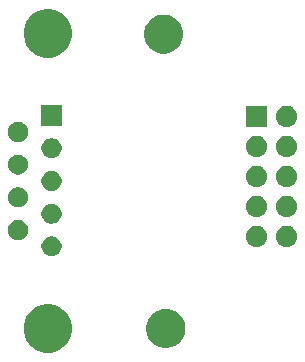
<source format=gbr>
G04 #@! TF.GenerationSoftware,KiCad,Pcbnew,5.0.2-bee76a0~70~ubuntu16.04.1*
G04 #@! TF.CreationDate,2020-03-15T16:19:44-07:00*
G04 #@! TF.ProjectId,DB9_Male,4442395f-4d61-46c6-952e-6b696361645f,rev?*
G04 #@! TF.SameCoordinates,Original*
G04 #@! TF.FileFunction,Soldermask,Top*
G04 #@! TF.FilePolarity,Negative*
%FSLAX46Y46*%
G04 Gerber Fmt 4.6, Leading zero omitted, Abs format (unit mm)*
G04 Created by KiCad (PCBNEW 5.0.2-bee76a0~70~ubuntu16.04.1) date Sun 15 Mar 2020 16:19:44 PDT*
%MOMM*%
%LPD*%
G01*
G04 APERTURE LIST*
%ADD10C,0.100000*%
G04 APERTURE END LIST*
D10*
G36*
X157905252Y-64454818D02*
X157905254Y-64454819D01*
X157905255Y-64454819D01*
X158278513Y-64609427D01*
X158278514Y-64609428D01*
X158614439Y-64833886D01*
X158900114Y-65119561D01*
X158900116Y-65119564D01*
X159124573Y-65455487D01*
X159279181Y-65828745D01*
X159358000Y-66224994D01*
X159358000Y-66629006D01*
X159279181Y-67025255D01*
X159124573Y-67398513D01*
X159124572Y-67398514D01*
X158900114Y-67734439D01*
X158614439Y-68020114D01*
X158614436Y-68020116D01*
X158278513Y-68244573D01*
X157905255Y-68399181D01*
X157905254Y-68399181D01*
X157905252Y-68399182D01*
X157509007Y-68478000D01*
X157104993Y-68478000D01*
X156708748Y-68399182D01*
X156708746Y-68399181D01*
X156708745Y-68399181D01*
X156335487Y-68244573D01*
X155999564Y-68020116D01*
X155999561Y-68020114D01*
X155713886Y-67734439D01*
X155489428Y-67398514D01*
X155489427Y-67398513D01*
X155334819Y-67025255D01*
X155256000Y-66629006D01*
X155256000Y-66224994D01*
X155334819Y-65828745D01*
X155489427Y-65455487D01*
X155713884Y-65119564D01*
X155713886Y-65119561D01*
X155999561Y-64833886D01*
X156335486Y-64609428D01*
X156335487Y-64609427D01*
X156708745Y-64454819D01*
X156708746Y-64454819D01*
X156708748Y-64454818D01*
X157104993Y-64376000D01*
X157509007Y-64376000D01*
X157905252Y-64454818D01*
X157905252Y-64454818D01*
G37*
G36*
X167659656Y-64812298D02*
X167765979Y-64833447D01*
X168066442Y-64957903D01*
X168308380Y-65119561D01*
X168336854Y-65138587D01*
X168566813Y-65368546D01*
X168566815Y-65368549D01*
X168747497Y-65638958D01*
X168826111Y-65828748D01*
X168871953Y-65939422D01*
X168935400Y-66258389D01*
X168935400Y-66583611D01*
X168871953Y-66902578D01*
X168747498Y-67203040D01*
X168566813Y-67473454D01*
X168336854Y-67703413D01*
X168336851Y-67703415D01*
X168066442Y-67884097D01*
X167765979Y-68008553D01*
X167659656Y-68029702D01*
X167447011Y-68072000D01*
X167121789Y-68072000D01*
X166909144Y-68029702D01*
X166802821Y-68008553D01*
X166502358Y-67884097D01*
X166231949Y-67703415D01*
X166231946Y-67703413D01*
X166001987Y-67473454D01*
X165821302Y-67203040D01*
X165696847Y-66902578D01*
X165633400Y-66583611D01*
X165633400Y-66258389D01*
X165696847Y-65939422D01*
X165742690Y-65828748D01*
X165821303Y-65638958D01*
X166001985Y-65368549D01*
X166001987Y-65368546D01*
X166231946Y-65138587D01*
X166260420Y-65119561D01*
X166502358Y-64957903D01*
X166802821Y-64833447D01*
X166909144Y-64812298D01*
X167121789Y-64770000D01*
X167447011Y-64770000D01*
X167659656Y-64812298D01*
X167659656Y-64812298D01*
G37*
G36*
X157855228Y-58648703D02*
X158010100Y-58712853D01*
X158149481Y-58805985D01*
X158268015Y-58924519D01*
X158361147Y-59063900D01*
X158425297Y-59218772D01*
X158458000Y-59383184D01*
X158458000Y-59550816D01*
X158425297Y-59715228D01*
X158361147Y-59870100D01*
X158268015Y-60009481D01*
X158149481Y-60128015D01*
X158010100Y-60221147D01*
X157855228Y-60285297D01*
X157690816Y-60318000D01*
X157523184Y-60318000D01*
X157358772Y-60285297D01*
X157203900Y-60221147D01*
X157064519Y-60128015D01*
X156945985Y-60009481D01*
X156852853Y-59870100D01*
X156788703Y-59715228D01*
X156756000Y-59550816D01*
X156756000Y-59383184D01*
X156788703Y-59218772D01*
X156852853Y-59063900D01*
X156945985Y-58924519D01*
X157064519Y-58805985D01*
X157203900Y-58712853D01*
X157358772Y-58648703D01*
X157523184Y-58616000D01*
X157690816Y-58616000D01*
X157855228Y-58648703D01*
X157855228Y-58648703D01*
G37*
G36*
X177624044Y-57724920D02*
X177690228Y-57731438D01*
X177803454Y-57765785D01*
X177860068Y-57782958D01*
X177955133Y-57833772D01*
X178016592Y-57866623D01*
X178052330Y-57895953D01*
X178153787Y-57979215D01*
X178237049Y-58080672D01*
X178266379Y-58116410D01*
X178266380Y-58116412D01*
X178350044Y-58272934D01*
X178350044Y-58272935D01*
X178401564Y-58442774D01*
X178418960Y-58619401D01*
X178401564Y-58796028D01*
X178398543Y-58805986D01*
X178350044Y-58965868D01*
X178297644Y-59063900D01*
X178266379Y-59122392D01*
X178237049Y-59158130D01*
X178153787Y-59259587D01*
X178052330Y-59342849D01*
X178016592Y-59372179D01*
X178016590Y-59372180D01*
X177860068Y-59455844D01*
X177803454Y-59473017D01*
X177690228Y-59507364D01*
X177624043Y-59513883D01*
X177557861Y-59520401D01*
X177469341Y-59520401D01*
X177403159Y-59513883D01*
X177336974Y-59507364D01*
X177223748Y-59473017D01*
X177167134Y-59455844D01*
X177010612Y-59372180D01*
X177010610Y-59372179D01*
X176974872Y-59342849D01*
X176873415Y-59259587D01*
X176790153Y-59158130D01*
X176760823Y-59122392D01*
X176729558Y-59063900D01*
X176677158Y-58965868D01*
X176628659Y-58805986D01*
X176625638Y-58796028D01*
X176608242Y-58619401D01*
X176625638Y-58442774D01*
X176677158Y-58272935D01*
X176677158Y-58272934D01*
X176760822Y-58116412D01*
X176760823Y-58116410D01*
X176790153Y-58080672D01*
X176873415Y-57979215D01*
X176974872Y-57895953D01*
X177010610Y-57866623D01*
X177072069Y-57833772D01*
X177167134Y-57782958D01*
X177223748Y-57765785D01*
X177336974Y-57731438D01*
X177403158Y-57724920D01*
X177469341Y-57718401D01*
X177557861Y-57718401D01*
X177624044Y-57724920D01*
X177624044Y-57724920D01*
G37*
G36*
X175084044Y-57724920D02*
X175150228Y-57731438D01*
X175263454Y-57765785D01*
X175320068Y-57782958D01*
X175415133Y-57833772D01*
X175476592Y-57866623D01*
X175512330Y-57895953D01*
X175613787Y-57979215D01*
X175697049Y-58080672D01*
X175726379Y-58116410D01*
X175726380Y-58116412D01*
X175810044Y-58272934D01*
X175810044Y-58272935D01*
X175861564Y-58442774D01*
X175878960Y-58619401D01*
X175861564Y-58796028D01*
X175858543Y-58805986D01*
X175810044Y-58965868D01*
X175757644Y-59063900D01*
X175726379Y-59122392D01*
X175697049Y-59158130D01*
X175613787Y-59259587D01*
X175512330Y-59342849D01*
X175476592Y-59372179D01*
X175476590Y-59372180D01*
X175320068Y-59455844D01*
X175263454Y-59473017D01*
X175150228Y-59507364D01*
X175084043Y-59513883D01*
X175017861Y-59520401D01*
X174929341Y-59520401D01*
X174863159Y-59513883D01*
X174796974Y-59507364D01*
X174683748Y-59473017D01*
X174627134Y-59455844D01*
X174470612Y-59372180D01*
X174470610Y-59372179D01*
X174434872Y-59342849D01*
X174333415Y-59259587D01*
X174250153Y-59158130D01*
X174220823Y-59122392D01*
X174189558Y-59063900D01*
X174137158Y-58965868D01*
X174088659Y-58805986D01*
X174085638Y-58796028D01*
X174068242Y-58619401D01*
X174085638Y-58442774D01*
X174137158Y-58272935D01*
X174137158Y-58272934D01*
X174220822Y-58116412D01*
X174220823Y-58116410D01*
X174250153Y-58080672D01*
X174333415Y-57979215D01*
X174434872Y-57895953D01*
X174470610Y-57866623D01*
X174532069Y-57833772D01*
X174627134Y-57782958D01*
X174683748Y-57765785D01*
X174796974Y-57731438D01*
X174863158Y-57724920D01*
X174929341Y-57718401D01*
X175017861Y-57718401D01*
X175084044Y-57724920D01*
X175084044Y-57724920D01*
G37*
G36*
X155015228Y-57263703D02*
X155170100Y-57327853D01*
X155309481Y-57420985D01*
X155428015Y-57539519D01*
X155521147Y-57678900D01*
X155585297Y-57833772D01*
X155618000Y-57998184D01*
X155618000Y-58165816D01*
X155585297Y-58330228D01*
X155521147Y-58485100D01*
X155428015Y-58624481D01*
X155309481Y-58743015D01*
X155170100Y-58836147D01*
X155015228Y-58900297D01*
X154850816Y-58933000D01*
X154683184Y-58933000D01*
X154518772Y-58900297D01*
X154363900Y-58836147D01*
X154224519Y-58743015D01*
X154105985Y-58624481D01*
X154012853Y-58485100D01*
X153948703Y-58330228D01*
X153916000Y-58165816D01*
X153916000Y-57998184D01*
X153948703Y-57833772D01*
X154012853Y-57678900D01*
X154105985Y-57539519D01*
X154224519Y-57420985D01*
X154363900Y-57327853D01*
X154518772Y-57263703D01*
X154683184Y-57231000D01*
X154850816Y-57231000D01*
X155015228Y-57263703D01*
X155015228Y-57263703D01*
G37*
G36*
X157855228Y-55878703D02*
X158010100Y-55942853D01*
X158149481Y-56035985D01*
X158268015Y-56154519D01*
X158361147Y-56293900D01*
X158425297Y-56448772D01*
X158458000Y-56613184D01*
X158458000Y-56780816D01*
X158425297Y-56945228D01*
X158361147Y-57100100D01*
X158268015Y-57239481D01*
X158149481Y-57358015D01*
X158010100Y-57451147D01*
X157855228Y-57515297D01*
X157690816Y-57548000D01*
X157523184Y-57548000D01*
X157358772Y-57515297D01*
X157203900Y-57451147D01*
X157064519Y-57358015D01*
X156945985Y-57239481D01*
X156852853Y-57100100D01*
X156788703Y-56945228D01*
X156756000Y-56780816D01*
X156756000Y-56613184D01*
X156788703Y-56448772D01*
X156852853Y-56293900D01*
X156945985Y-56154519D01*
X157064519Y-56035985D01*
X157203900Y-55942853D01*
X157358772Y-55878703D01*
X157523184Y-55846000D01*
X157690816Y-55846000D01*
X157855228Y-55878703D01*
X157855228Y-55878703D01*
G37*
G36*
X175084043Y-55184919D02*
X175150228Y-55191438D01*
X175263454Y-55225785D01*
X175320068Y-55242958D01*
X175458688Y-55317053D01*
X175476592Y-55326623D01*
X175512330Y-55355953D01*
X175613787Y-55439215D01*
X175697049Y-55540672D01*
X175726379Y-55576410D01*
X175726380Y-55576412D01*
X175810044Y-55732934D01*
X175810044Y-55732935D01*
X175861564Y-55902774D01*
X175878960Y-56079401D01*
X175861564Y-56256028D01*
X175827217Y-56369254D01*
X175810044Y-56425868D01*
X175797801Y-56448772D01*
X175726379Y-56582392D01*
X175701108Y-56613184D01*
X175613787Y-56719587D01*
X175539178Y-56780816D01*
X175476592Y-56832179D01*
X175476590Y-56832180D01*
X175320068Y-56915844D01*
X175263454Y-56933017D01*
X175150228Y-56967364D01*
X175084044Y-56973882D01*
X175017861Y-56980401D01*
X174929341Y-56980401D01*
X174863158Y-56973882D01*
X174796974Y-56967364D01*
X174683748Y-56933017D01*
X174627134Y-56915844D01*
X174470612Y-56832180D01*
X174470610Y-56832179D01*
X174408024Y-56780816D01*
X174333415Y-56719587D01*
X174246094Y-56613184D01*
X174220823Y-56582392D01*
X174149401Y-56448772D01*
X174137158Y-56425868D01*
X174119985Y-56369254D01*
X174085638Y-56256028D01*
X174068242Y-56079401D01*
X174085638Y-55902774D01*
X174137158Y-55732935D01*
X174137158Y-55732934D01*
X174220822Y-55576412D01*
X174220823Y-55576410D01*
X174250153Y-55540672D01*
X174333415Y-55439215D01*
X174434872Y-55355953D01*
X174470610Y-55326623D01*
X174488514Y-55317053D01*
X174627134Y-55242958D01*
X174683748Y-55225785D01*
X174796974Y-55191438D01*
X174863159Y-55184919D01*
X174929341Y-55178401D01*
X175017861Y-55178401D01*
X175084043Y-55184919D01*
X175084043Y-55184919D01*
G37*
G36*
X177624043Y-55184919D02*
X177690228Y-55191438D01*
X177803454Y-55225785D01*
X177860068Y-55242958D01*
X177998688Y-55317053D01*
X178016592Y-55326623D01*
X178052330Y-55355953D01*
X178153787Y-55439215D01*
X178237049Y-55540672D01*
X178266379Y-55576410D01*
X178266380Y-55576412D01*
X178350044Y-55732934D01*
X178350044Y-55732935D01*
X178401564Y-55902774D01*
X178418960Y-56079401D01*
X178401564Y-56256028D01*
X178367217Y-56369254D01*
X178350044Y-56425868D01*
X178337801Y-56448772D01*
X178266379Y-56582392D01*
X178241108Y-56613184D01*
X178153787Y-56719587D01*
X178079178Y-56780816D01*
X178016592Y-56832179D01*
X178016590Y-56832180D01*
X177860068Y-56915844D01*
X177803454Y-56933017D01*
X177690228Y-56967364D01*
X177624044Y-56973882D01*
X177557861Y-56980401D01*
X177469341Y-56980401D01*
X177403158Y-56973882D01*
X177336974Y-56967364D01*
X177223748Y-56933017D01*
X177167134Y-56915844D01*
X177010612Y-56832180D01*
X177010610Y-56832179D01*
X176948024Y-56780816D01*
X176873415Y-56719587D01*
X176786094Y-56613184D01*
X176760823Y-56582392D01*
X176689401Y-56448772D01*
X176677158Y-56425868D01*
X176659985Y-56369254D01*
X176625638Y-56256028D01*
X176608242Y-56079401D01*
X176625638Y-55902774D01*
X176677158Y-55732935D01*
X176677158Y-55732934D01*
X176760822Y-55576412D01*
X176760823Y-55576410D01*
X176790153Y-55540672D01*
X176873415Y-55439215D01*
X176974872Y-55355953D01*
X177010610Y-55326623D01*
X177028514Y-55317053D01*
X177167134Y-55242958D01*
X177223748Y-55225785D01*
X177336974Y-55191438D01*
X177403159Y-55184919D01*
X177469341Y-55178401D01*
X177557861Y-55178401D01*
X177624043Y-55184919D01*
X177624043Y-55184919D01*
G37*
G36*
X155015228Y-54493703D02*
X155170100Y-54557853D01*
X155309481Y-54650985D01*
X155428015Y-54769519D01*
X155521147Y-54908900D01*
X155585297Y-55063772D01*
X155618000Y-55228184D01*
X155618000Y-55395816D01*
X155585297Y-55560228D01*
X155521147Y-55715100D01*
X155428015Y-55854481D01*
X155309481Y-55973015D01*
X155170100Y-56066147D01*
X155015228Y-56130297D01*
X154850816Y-56163000D01*
X154683184Y-56163000D01*
X154518772Y-56130297D01*
X154363900Y-56066147D01*
X154224519Y-55973015D01*
X154105985Y-55854481D01*
X154012853Y-55715100D01*
X153948703Y-55560228D01*
X153916000Y-55395816D01*
X153916000Y-55228184D01*
X153948703Y-55063772D01*
X154012853Y-54908900D01*
X154105985Y-54769519D01*
X154224519Y-54650985D01*
X154363900Y-54557853D01*
X154518772Y-54493703D01*
X154683184Y-54461000D01*
X154850816Y-54461000D01*
X155015228Y-54493703D01*
X155015228Y-54493703D01*
G37*
G36*
X157855228Y-53108703D02*
X158010100Y-53172853D01*
X158149481Y-53265985D01*
X158268015Y-53384519D01*
X158361147Y-53523900D01*
X158425297Y-53678772D01*
X158458000Y-53843184D01*
X158458000Y-54010816D01*
X158425297Y-54175228D01*
X158361147Y-54330100D01*
X158268015Y-54469481D01*
X158149481Y-54588015D01*
X158010100Y-54681147D01*
X157855228Y-54745297D01*
X157690816Y-54778000D01*
X157523184Y-54778000D01*
X157358772Y-54745297D01*
X157203900Y-54681147D01*
X157064519Y-54588015D01*
X156945985Y-54469481D01*
X156852853Y-54330100D01*
X156788703Y-54175228D01*
X156756000Y-54010816D01*
X156756000Y-53843184D01*
X156788703Y-53678772D01*
X156852853Y-53523900D01*
X156945985Y-53384519D01*
X157064519Y-53265985D01*
X157203900Y-53172853D01*
X157358772Y-53108703D01*
X157523184Y-53076000D01*
X157690816Y-53076000D01*
X157855228Y-53108703D01*
X157855228Y-53108703D01*
G37*
G36*
X177624043Y-52644919D02*
X177690228Y-52651438D01*
X177803454Y-52685785D01*
X177860068Y-52702958D01*
X177998688Y-52777053D01*
X178016592Y-52786623D01*
X178052330Y-52815953D01*
X178153787Y-52899215D01*
X178237049Y-53000672D01*
X178266379Y-53036410D01*
X178266380Y-53036412D01*
X178350044Y-53192934D01*
X178353102Y-53203015D01*
X178401564Y-53362774D01*
X178418960Y-53539401D01*
X178401564Y-53716028D01*
X178367217Y-53829254D01*
X178350044Y-53885868D01*
X178283257Y-54010816D01*
X178266379Y-54042392D01*
X178237049Y-54078130D01*
X178153787Y-54179587D01*
X178052330Y-54262849D01*
X178016592Y-54292179D01*
X178016590Y-54292180D01*
X177860068Y-54375844D01*
X177803454Y-54393017D01*
X177690228Y-54427364D01*
X177624043Y-54433883D01*
X177557861Y-54440401D01*
X177469341Y-54440401D01*
X177403159Y-54433883D01*
X177336974Y-54427364D01*
X177223748Y-54393017D01*
X177167134Y-54375844D01*
X177010612Y-54292180D01*
X177010610Y-54292179D01*
X176974872Y-54262849D01*
X176873415Y-54179587D01*
X176790153Y-54078130D01*
X176760823Y-54042392D01*
X176743945Y-54010816D01*
X176677158Y-53885868D01*
X176659985Y-53829254D01*
X176625638Y-53716028D01*
X176608242Y-53539401D01*
X176625638Y-53362774D01*
X176674100Y-53203015D01*
X176677158Y-53192934D01*
X176760822Y-53036412D01*
X176760823Y-53036410D01*
X176790153Y-53000672D01*
X176873415Y-52899215D01*
X176974872Y-52815953D01*
X177010610Y-52786623D01*
X177028514Y-52777053D01*
X177167134Y-52702958D01*
X177223748Y-52685785D01*
X177336974Y-52651438D01*
X177403159Y-52644919D01*
X177469341Y-52638401D01*
X177557861Y-52638401D01*
X177624043Y-52644919D01*
X177624043Y-52644919D01*
G37*
G36*
X175084043Y-52644919D02*
X175150228Y-52651438D01*
X175263454Y-52685785D01*
X175320068Y-52702958D01*
X175458688Y-52777053D01*
X175476592Y-52786623D01*
X175512330Y-52815953D01*
X175613787Y-52899215D01*
X175697049Y-53000672D01*
X175726379Y-53036410D01*
X175726380Y-53036412D01*
X175810044Y-53192934D01*
X175813102Y-53203015D01*
X175861564Y-53362774D01*
X175878960Y-53539401D01*
X175861564Y-53716028D01*
X175827217Y-53829254D01*
X175810044Y-53885868D01*
X175743257Y-54010816D01*
X175726379Y-54042392D01*
X175697049Y-54078130D01*
X175613787Y-54179587D01*
X175512330Y-54262849D01*
X175476592Y-54292179D01*
X175476590Y-54292180D01*
X175320068Y-54375844D01*
X175263454Y-54393017D01*
X175150228Y-54427364D01*
X175084043Y-54433883D01*
X175017861Y-54440401D01*
X174929341Y-54440401D01*
X174863159Y-54433883D01*
X174796974Y-54427364D01*
X174683748Y-54393017D01*
X174627134Y-54375844D01*
X174470612Y-54292180D01*
X174470610Y-54292179D01*
X174434872Y-54262849D01*
X174333415Y-54179587D01*
X174250153Y-54078130D01*
X174220823Y-54042392D01*
X174203945Y-54010816D01*
X174137158Y-53885868D01*
X174119985Y-53829254D01*
X174085638Y-53716028D01*
X174068242Y-53539401D01*
X174085638Y-53362774D01*
X174134100Y-53203015D01*
X174137158Y-53192934D01*
X174220822Y-53036412D01*
X174220823Y-53036410D01*
X174250153Y-53000672D01*
X174333415Y-52899215D01*
X174434872Y-52815953D01*
X174470610Y-52786623D01*
X174488514Y-52777053D01*
X174627134Y-52702958D01*
X174683748Y-52685785D01*
X174796974Y-52651438D01*
X174863159Y-52644919D01*
X174929341Y-52638401D01*
X175017861Y-52638401D01*
X175084043Y-52644919D01*
X175084043Y-52644919D01*
G37*
G36*
X155015228Y-51723703D02*
X155170100Y-51787853D01*
X155309481Y-51880985D01*
X155428015Y-51999519D01*
X155521147Y-52138900D01*
X155585297Y-52293772D01*
X155618000Y-52458184D01*
X155618000Y-52625816D01*
X155585297Y-52790228D01*
X155521147Y-52945100D01*
X155428015Y-53084481D01*
X155309481Y-53203015D01*
X155170100Y-53296147D01*
X155015228Y-53360297D01*
X154850816Y-53393000D01*
X154683184Y-53393000D01*
X154518772Y-53360297D01*
X154363900Y-53296147D01*
X154224519Y-53203015D01*
X154105985Y-53084481D01*
X154012853Y-52945100D01*
X153948703Y-52790228D01*
X153916000Y-52625816D01*
X153916000Y-52458184D01*
X153948703Y-52293772D01*
X154012853Y-52138900D01*
X154105985Y-51999519D01*
X154224519Y-51880985D01*
X154363900Y-51787853D01*
X154518772Y-51723703D01*
X154683184Y-51691000D01*
X154850816Y-51691000D01*
X155015228Y-51723703D01*
X155015228Y-51723703D01*
G37*
G36*
X157855228Y-50338703D02*
X158010100Y-50402853D01*
X158149481Y-50495985D01*
X158268015Y-50614519D01*
X158361147Y-50753900D01*
X158425297Y-50908772D01*
X158458000Y-51073184D01*
X158458000Y-51240816D01*
X158425297Y-51405228D01*
X158361147Y-51560100D01*
X158268015Y-51699481D01*
X158149481Y-51818015D01*
X158010100Y-51911147D01*
X157855228Y-51975297D01*
X157690816Y-52008000D01*
X157523184Y-52008000D01*
X157358772Y-51975297D01*
X157203900Y-51911147D01*
X157064519Y-51818015D01*
X156945985Y-51699481D01*
X156852853Y-51560100D01*
X156788703Y-51405228D01*
X156756000Y-51240816D01*
X156756000Y-51073184D01*
X156788703Y-50908772D01*
X156852853Y-50753900D01*
X156945985Y-50614519D01*
X157064519Y-50495985D01*
X157203900Y-50402853D01*
X157358772Y-50338703D01*
X157523184Y-50306000D01*
X157690816Y-50306000D01*
X157855228Y-50338703D01*
X157855228Y-50338703D01*
G37*
G36*
X177624044Y-50104920D02*
X177690228Y-50111438D01*
X177803454Y-50145785D01*
X177860068Y-50162958D01*
X177998688Y-50237053D01*
X178016592Y-50246623D01*
X178052330Y-50275953D01*
X178153787Y-50359215D01*
X178214351Y-50433014D01*
X178266379Y-50496410D01*
X178266380Y-50496412D01*
X178350044Y-50652934D01*
X178350044Y-50652935D01*
X178401564Y-50822774D01*
X178418960Y-50999401D01*
X178401564Y-51176028D01*
X178381911Y-51240816D01*
X178350044Y-51345868D01*
X178318315Y-51405228D01*
X178266379Y-51502392D01*
X178237049Y-51538130D01*
X178153787Y-51639587D01*
X178052330Y-51722849D01*
X178016592Y-51752179D01*
X178016590Y-51752180D01*
X177860068Y-51835844D01*
X177803454Y-51853017D01*
X177690228Y-51887364D01*
X177624043Y-51893883D01*
X177557861Y-51900401D01*
X177469341Y-51900401D01*
X177403159Y-51893883D01*
X177336974Y-51887364D01*
X177223748Y-51853017D01*
X177167134Y-51835844D01*
X177010612Y-51752180D01*
X177010610Y-51752179D01*
X176974872Y-51722849D01*
X176873415Y-51639587D01*
X176790153Y-51538130D01*
X176760823Y-51502392D01*
X176708887Y-51405228D01*
X176677158Y-51345868D01*
X176645291Y-51240816D01*
X176625638Y-51176028D01*
X176608242Y-50999401D01*
X176625638Y-50822774D01*
X176677158Y-50652935D01*
X176677158Y-50652934D01*
X176760822Y-50496412D01*
X176760823Y-50496410D01*
X176812851Y-50433014D01*
X176873415Y-50359215D01*
X176974872Y-50275953D01*
X177010610Y-50246623D01*
X177028514Y-50237053D01*
X177167134Y-50162958D01*
X177223748Y-50145785D01*
X177336974Y-50111438D01*
X177403158Y-50104920D01*
X177469341Y-50098401D01*
X177557861Y-50098401D01*
X177624044Y-50104920D01*
X177624044Y-50104920D01*
G37*
G36*
X175084044Y-50104920D02*
X175150228Y-50111438D01*
X175263454Y-50145785D01*
X175320068Y-50162958D01*
X175458688Y-50237053D01*
X175476592Y-50246623D01*
X175512330Y-50275953D01*
X175613787Y-50359215D01*
X175674351Y-50433014D01*
X175726379Y-50496410D01*
X175726380Y-50496412D01*
X175810044Y-50652934D01*
X175810044Y-50652935D01*
X175861564Y-50822774D01*
X175878960Y-50999401D01*
X175861564Y-51176028D01*
X175841911Y-51240816D01*
X175810044Y-51345868D01*
X175778315Y-51405228D01*
X175726379Y-51502392D01*
X175697049Y-51538130D01*
X175613787Y-51639587D01*
X175512330Y-51722849D01*
X175476592Y-51752179D01*
X175476590Y-51752180D01*
X175320068Y-51835844D01*
X175263454Y-51853017D01*
X175150228Y-51887364D01*
X175084043Y-51893883D01*
X175017861Y-51900401D01*
X174929341Y-51900401D01*
X174863159Y-51893883D01*
X174796974Y-51887364D01*
X174683748Y-51853017D01*
X174627134Y-51835844D01*
X174470612Y-51752180D01*
X174470610Y-51752179D01*
X174434872Y-51722849D01*
X174333415Y-51639587D01*
X174250153Y-51538130D01*
X174220823Y-51502392D01*
X174168887Y-51405228D01*
X174137158Y-51345868D01*
X174105291Y-51240816D01*
X174085638Y-51176028D01*
X174068242Y-50999401D01*
X174085638Y-50822774D01*
X174137158Y-50652935D01*
X174137158Y-50652934D01*
X174220822Y-50496412D01*
X174220823Y-50496410D01*
X174272851Y-50433014D01*
X174333415Y-50359215D01*
X174434872Y-50275953D01*
X174470610Y-50246623D01*
X174488514Y-50237053D01*
X174627134Y-50162958D01*
X174683748Y-50145785D01*
X174796974Y-50111438D01*
X174863158Y-50104920D01*
X174929341Y-50098401D01*
X175017861Y-50098401D01*
X175084044Y-50104920D01*
X175084044Y-50104920D01*
G37*
G36*
X155015228Y-48953703D02*
X155170100Y-49017853D01*
X155309481Y-49110985D01*
X155428015Y-49229519D01*
X155521147Y-49368900D01*
X155585297Y-49523772D01*
X155618000Y-49688184D01*
X155618000Y-49855816D01*
X155585297Y-50020228D01*
X155521147Y-50175100D01*
X155428015Y-50314481D01*
X155309481Y-50433015D01*
X155170100Y-50526147D01*
X155015228Y-50590297D01*
X154850816Y-50623000D01*
X154683184Y-50623000D01*
X154518772Y-50590297D01*
X154363900Y-50526147D01*
X154224519Y-50433015D01*
X154105985Y-50314481D01*
X154012853Y-50175100D01*
X153948703Y-50020228D01*
X153916000Y-49855816D01*
X153916000Y-49688184D01*
X153948703Y-49523772D01*
X154012853Y-49368900D01*
X154105985Y-49229519D01*
X154224519Y-49110985D01*
X154363900Y-49017853D01*
X154518772Y-48953703D01*
X154683184Y-48921000D01*
X154850816Y-48921000D01*
X155015228Y-48953703D01*
X155015228Y-48953703D01*
G37*
G36*
X175874601Y-49360401D02*
X174072601Y-49360401D01*
X174072601Y-47558401D01*
X175874601Y-47558401D01*
X175874601Y-49360401D01*
X175874601Y-49360401D01*
G37*
G36*
X177624043Y-47564919D02*
X177690228Y-47571438D01*
X177803454Y-47605785D01*
X177860068Y-47622958D01*
X177998688Y-47697053D01*
X178016592Y-47706623D01*
X178052330Y-47735953D01*
X178153787Y-47819215D01*
X178237049Y-47920672D01*
X178266379Y-47956410D01*
X178266380Y-47956412D01*
X178350044Y-48112934D01*
X178350044Y-48112935D01*
X178401564Y-48282774D01*
X178418960Y-48459401D01*
X178401564Y-48636028D01*
X178367217Y-48749254D01*
X178350044Y-48805868D01*
X178288504Y-48921000D01*
X178266379Y-48962392D01*
X178237049Y-48998130D01*
X178153787Y-49099587D01*
X178052330Y-49182849D01*
X178016592Y-49212179D01*
X178016590Y-49212180D01*
X177860068Y-49295844D01*
X177803454Y-49313017D01*
X177690228Y-49347364D01*
X177624044Y-49353882D01*
X177557861Y-49360401D01*
X177469341Y-49360401D01*
X177403158Y-49353882D01*
X177336974Y-49347364D01*
X177223748Y-49313017D01*
X177167134Y-49295844D01*
X177010612Y-49212180D01*
X177010610Y-49212179D01*
X176974872Y-49182849D01*
X176873415Y-49099587D01*
X176790153Y-48998130D01*
X176760823Y-48962392D01*
X176738698Y-48921000D01*
X176677158Y-48805868D01*
X176659985Y-48749254D01*
X176625638Y-48636028D01*
X176608242Y-48459401D01*
X176625638Y-48282774D01*
X176677158Y-48112935D01*
X176677158Y-48112934D01*
X176760822Y-47956412D01*
X176760823Y-47956410D01*
X176790153Y-47920672D01*
X176873415Y-47819215D01*
X176974872Y-47735953D01*
X177010610Y-47706623D01*
X177028514Y-47697053D01*
X177167134Y-47622958D01*
X177223748Y-47605785D01*
X177336974Y-47571438D01*
X177403159Y-47564919D01*
X177469341Y-47558401D01*
X177557861Y-47558401D01*
X177624043Y-47564919D01*
X177624043Y-47564919D01*
G37*
G36*
X158458000Y-49238000D02*
X156756000Y-49238000D01*
X156756000Y-47536000D01*
X158458000Y-47536000D01*
X158458000Y-49238000D01*
X158458000Y-49238000D01*
G37*
G36*
X157905252Y-39454818D02*
X157905254Y-39454819D01*
X157905255Y-39454819D01*
X158278513Y-39609427D01*
X158278514Y-39609428D01*
X158614439Y-39833886D01*
X158900114Y-40119561D01*
X158900116Y-40119564D01*
X159124573Y-40455487D01*
X159279181Y-40828745D01*
X159279182Y-40828748D01*
X159358000Y-41224993D01*
X159358000Y-41629007D01*
X159350600Y-41666211D01*
X159279181Y-42025255D01*
X159124573Y-42398513D01*
X159124572Y-42398514D01*
X158900114Y-42734439D01*
X158614439Y-43020114D01*
X158614436Y-43020116D01*
X158278513Y-43244573D01*
X157905255Y-43399181D01*
X157905254Y-43399181D01*
X157905252Y-43399182D01*
X157509007Y-43478000D01*
X157104993Y-43478000D01*
X156708748Y-43399182D01*
X156708746Y-43399181D01*
X156708745Y-43399181D01*
X156335487Y-43244573D01*
X155999564Y-43020116D01*
X155999561Y-43020114D01*
X155713886Y-42734439D01*
X155489428Y-42398514D01*
X155489427Y-42398513D01*
X155334819Y-42025255D01*
X155263401Y-41666211D01*
X155256000Y-41629007D01*
X155256000Y-41224993D01*
X155334818Y-40828748D01*
X155334819Y-40828745D01*
X155489427Y-40455487D01*
X155713884Y-40119564D01*
X155713886Y-40119561D01*
X155999561Y-39833886D01*
X156335486Y-39609428D01*
X156335487Y-39609427D01*
X156708745Y-39454819D01*
X156708746Y-39454819D01*
X156708748Y-39454818D01*
X157104993Y-39376000D01*
X157509007Y-39376000D01*
X157905252Y-39454818D01*
X157905252Y-39454818D01*
G37*
G36*
X167481856Y-39894898D02*
X167588179Y-39916047D01*
X167888642Y-40040503D01*
X168006960Y-40119561D01*
X168159054Y-40221187D01*
X168389013Y-40451146D01*
X168569698Y-40721560D01*
X168694153Y-41022022D01*
X168757600Y-41340989D01*
X168757600Y-41666211D01*
X168694153Y-41985178D01*
X168569698Y-42285640D01*
X168389013Y-42556054D01*
X168159054Y-42786013D01*
X168159051Y-42786015D01*
X167888642Y-42966697D01*
X167588179Y-43091153D01*
X167481856Y-43112302D01*
X167269211Y-43154600D01*
X166943989Y-43154600D01*
X166731344Y-43112302D01*
X166625021Y-43091153D01*
X166324558Y-42966697D01*
X166054149Y-42786015D01*
X166054146Y-42786013D01*
X165824187Y-42556054D01*
X165643502Y-42285640D01*
X165519047Y-41985178D01*
X165455600Y-41666211D01*
X165455600Y-41340989D01*
X165519047Y-41022022D01*
X165643502Y-40721560D01*
X165824187Y-40451146D01*
X166054146Y-40221187D01*
X166206240Y-40119561D01*
X166324558Y-40040503D01*
X166625021Y-39916047D01*
X166731344Y-39894898D01*
X166943989Y-39852600D01*
X167269211Y-39852600D01*
X167481856Y-39894898D01*
X167481856Y-39894898D01*
G37*
M02*

</source>
